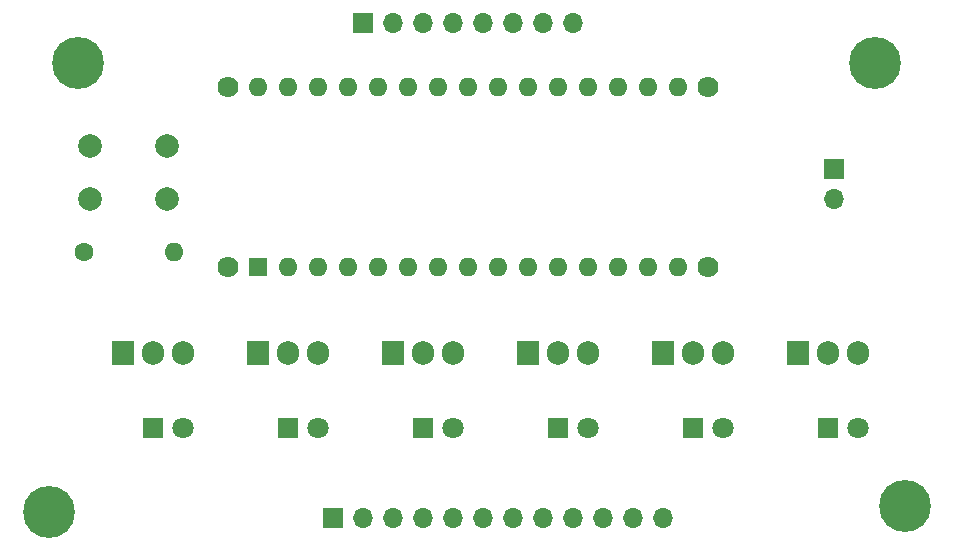
<source format=gbr>
%TF.GenerationSoftware,KiCad,Pcbnew,9.0.0*%
%TF.CreationDate,2025-03-22T15:05:53+10:00*%
%TF.ProjectId,ngmarquee.kicad_pcb_to220_1.0_m2,6e676d61-7271-4756-9565-2e6b69636164,rev?*%
%TF.SameCoordinates,Original*%
%TF.FileFunction,Soldermask,Bot*%
%TF.FilePolarity,Negative*%
%FSLAX46Y46*%
G04 Gerber Fmt 4.6, Leading zero omitted, Abs format (unit mm)*
G04 Created by KiCad (PCBNEW 9.0.0) date 2025-03-22 15:05:53*
%MOMM*%
%LPD*%
G01*
G04 APERTURE LIST*
%ADD10R,1.800000X1.800000*%
%ADD11C,1.800000*%
%ADD12C,4.400000*%
%ADD13C,1.600000*%
%ADD14O,1.600000X1.600000*%
%ADD15R,1.905000X2.000000*%
%ADD16O,1.905000X2.000000*%
%ADD17R,1.700000X1.700000*%
%ADD18O,1.700000X1.700000*%
%ADD19C,2.000000*%
%ADD20C,1.780000*%
%ADD21R,1.600000X1.600000*%
G04 APERTURE END LIST*
D10*
%TO.C,D1*%
X100330000Y-93980000D03*
D11*
X102870000Y-93980000D03*
%TD*%
D12*
%TO.C,REF\u002A\u002A*%
X94040000Y-63090000D03*
%TD*%
D13*
%TO.C,R1*%
X94540000Y-79090000D03*
D14*
X102160000Y-79090000D03*
%TD*%
D10*
%TO.C,D6*%
X157480000Y-93980000D03*
D11*
X160020000Y-93980000D03*
%TD*%
D10*
%TO.C,D5*%
X146050000Y-93980000D03*
D11*
X148590000Y-93980000D03*
%TD*%
D15*
%TO.C,Q6*%
X154940000Y-87630000D03*
D16*
X157480000Y-87630000D03*
X160020000Y-87630000D03*
%TD*%
D17*
%TO.C,REF\u002A\u002A*%
X158040000Y-72090000D03*
D18*
X158040000Y-74630000D03*
%TD*%
D15*
%TO.C,Q2*%
X109220000Y-87630000D03*
D16*
X111760000Y-87630000D03*
X114300000Y-87630000D03*
%TD*%
D12*
%TO.C,REF\u002A\u002A*%
X91540000Y-101090000D03*
%TD*%
D19*
%TO.C,REF\u002A\u002A*%
X95040000Y-70090000D03*
X101540000Y-70090000D03*
X95040000Y-74590000D03*
X101540000Y-74590000D03*
%TD*%
D10*
%TO.C,D4*%
X134620000Y-93980000D03*
D11*
X137160000Y-93980000D03*
%TD*%
D10*
%TO.C,D3*%
X123190000Y-93980000D03*
D11*
X125730000Y-93980000D03*
%TD*%
D12*
%TO.C,REF\u002A\u002A*%
X161540000Y-63090000D03*
%TD*%
D15*
%TO.C,Q5*%
X143510000Y-87630000D03*
D16*
X146050000Y-87630000D03*
X148590000Y-87630000D03*
%TD*%
D15*
%TO.C,Q4*%
X132080000Y-87630000D03*
D16*
X134620000Y-87630000D03*
X137160000Y-87630000D03*
%TD*%
D15*
%TO.C,Q3*%
X120650000Y-87630000D03*
D16*
X123190000Y-87630000D03*
X125730000Y-87630000D03*
%TD*%
D15*
%TO.C,Q1*%
X97790000Y-87630000D03*
D16*
X100330000Y-87630000D03*
X102870000Y-87630000D03*
%TD*%
D20*
%TO.C,A1*%
X106680000Y-80330000D03*
X147320000Y-80330000D03*
X106680000Y-65090000D03*
X147320000Y-65090000D03*
D14*
X142240000Y-65090000D03*
X116840000Y-65090000D03*
X137160000Y-65090000D03*
X134620000Y-65090000D03*
X132080000Y-65090000D03*
X129540000Y-65090000D03*
X127000000Y-65090000D03*
X124460000Y-65090000D03*
X121920000Y-65090000D03*
X119380000Y-65090000D03*
X119380000Y-80330000D03*
X121920000Y-80330000D03*
X124460000Y-80330000D03*
X127000000Y-80330000D03*
X129540000Y-80330000D03*
X132080000Y-80330000D03*
X134620000Y-80330000D03*
X137160000Y-80330000D03*
X139700000Y-80330000D03*
X142240000Y-80330000D03*
X144780000Y-80330000D03*
X144780000Y-65090000D03*
X116840000Y-80330000D03*
X111760000Y-65090000D03*
X139700000Y-65090000D03*
X114300000Y-80330000D03*
X114300000Y-65090000D03*
X111760000Y-80330000D03*
D21*
X109220000Y-80330000D03*
D14*
X109220000Y-65090000D03*
%TD*%
D17*
%TO.C,J1*%
X118110000Y-59690000D03*
D18*
X120650000Y-59690000D03*
X123190000Y-59690000D03*
X125730000Y-59690000D03*
X128270000Y-59690000D03*
X130810000Y-59690000D03*
X133350000Y-59690000D03*
X135890000Y-59690000D03*
%TD*%
D12*
%TO.C,REF\u002A\u002A*%
X164040000Y-100590000D03*
%TD*%
D10*
%TO.C,D2*%
X111760000Y-93980000D03*
D11*
X114300000Y-93980000D03*
%TD*%
D17*
%TO.C,J2*%
X115570000Y-101600000D03*
D18*
X118110000Y-101600000D03*
X120650000Y-101600000D03*
X123190000Y-101600000D03*
X125730000Y-101600000D03*
X128270000Y-101600000D03*
X130810000Y-101600000D03*
X133350000Y-101600000D03*
X135890000Y-101600000D03*
X138430000Y-101600000D03*
X140970000Y-101600000D03*
X143510000Y-101600000D03*
%TD*%
M02*

</source>
